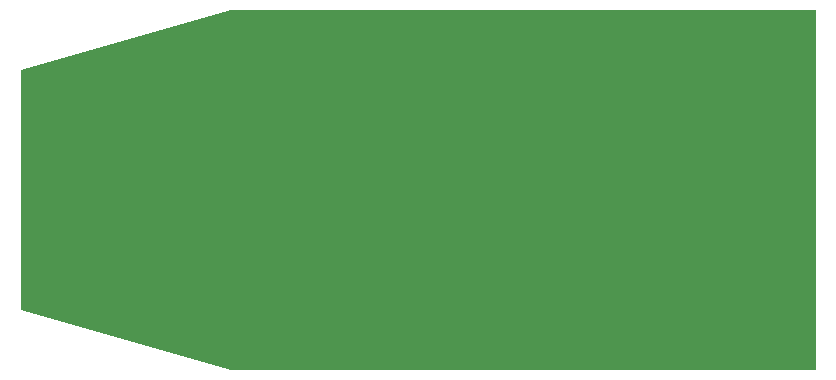
<source format=gbr>
G04 DipTrace 2.4.0.2*
%INBoard.gbr*%
%MOIN*%
%ADD11C,0.0055*%
%FSLAX44Y44*%
G04*
G70*
G90*
G75*
G01*
%LNBoardPoly*%
%LPD*%
G36*
X3940Y5940D2*
D11*
Y13940D1*
X10940Y15940D1*
X30440D1*
Y3940D1*
X10940D1*
X3940Y5940D1*
G37*
M02*

</source>
